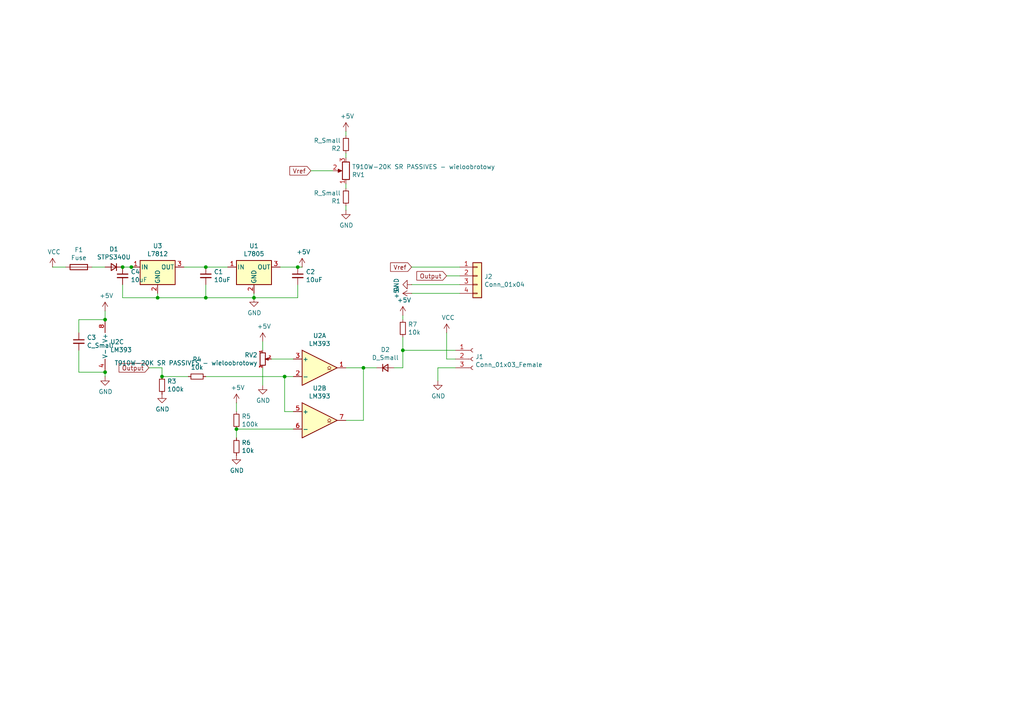
<source format=kicad_sch>
(kicad_sch (version 20231120) (generator "eeschema") (generator_version "8.0")
  (paper "A4")
  (lib_symbols
    (symbol "Comparator:LM393" (pin_names (offset 0.127))
      (property "Reference" "U" (at 3.81 3.81 0))
      (property "Value" "LM393" (at 6.35 -3.81 0))
      (symbol "LM393_1_1"
        (polyline (pts (xy -5.08 5.08) (xy 5.08 0) (xy -5.08 -5.08) (xy -5.08 5.08)) (stroke (width 0.254)) (fill (type background)))
        (polyline (pts (xy 3.302 -0.508) (xy 2.794 -0.508) (xy 3.302 0) (xy 2.794 0.508) (xy 2.286 0) (xy 2.794 -0.508) (xy 2.286 -0.508)) (stroke (width 0.127)))
        (pin open_collector line (at 7.62 0 180) (length 2.54) (name "~") (number "1"))
        (pin input line (at -7.62 -2.54 0) (length 2.54) (name "-") (number "2"))
        (pin input line (at -7.62 2.54 0) (length 2.54) (name "+") (number "3"))
      )
      (symbol "LM393_2_1"
        (polyline (pts (xy -5.08 5.08) (xy 5.08 0) (xy -5.08 -5.08) (xy -5.08 5.08)) (stroke (width 0.254)) (fill (type background)))
        (polyline (pts (xy 3.302 -0.508) (xy 2.794 -0.508) (xy 3.302 0) (xy 2.794 0.508) (xy 2.286 0) (xy 2.794 -0.508) (xy 2.286 -0.508)) (stroke (width 0.127)))
        (pin input line (at -7.62 2.54 0) (length 2.54) (name "+") (number "5"))
        (pin input line (at -7.62 -2.54 0) (length 2.54) (name "-") (number "6"))
        (pin open_collector line (at 7.62 0 180) (length 2.54) (name "~") (number "7"))
      )
      (symbol "LM393_3_1"
        (pin power_in line (at -2.54 -7.62 90) (length 3.81) (name "V-") (number "4"))
        (pin power_in line (at -2.54 7.62 270) (length 3.81) (name "V+") (number "8"))
      )
    )
    (symbol "Connector:Conn_01x03_Female" (pin_names (offset 1.016) hide)
      (property "Reference" "J" (at 0 5.08 0))
      (property "Value" "Connector_Conn_01x03_Female" (at 0 -5.08 0))
      (symbol "Conn_01x03_Female_1_1"
        (arc (start 0 -2.032) (mid -0.508 -2.54) (end 0 -3.048) (stroke (width 0.1524)))
        (polyline (pts (xy -1.27 -2.54) (xy -0.508 -2.54)) (stroke (width 0.1524)))
        (polyline (pts (xy -1.27 0) (xy -0.508 0)) (stroke (width 0.1524)))
        (polyline (pts (xy -1.27 2.54) (xy -0.508 2.54)) (stroke (width 0.1524)))
        (arc (start 0 0.508) (mid -0.508 0) (end 0 -0.508) (stroke (width 0.1524)))
        (arc (start 0 3.048) (mid -0.508 2.54) (end 0 2.032) (stroke (width 0.1524)))
        (pin passive line (at -5.08 2.54 0) (length 3.81) (name "Pin_1") (number "1"))
        (pin passive line (at -5.08 0 0) (length 3.81) (name "Pin_2") (number "2"))
        (pin passive line (at -5.08 -2.54 0) (length 3.81) (name "Pin_3") (number "3"))
      )
    )
    (symbol "Connector_Generic:Conn_01x04" (pin_names (offset 1.016) hide)
      (property "Reference" "J" (at 0 5.08 0))
      (property "Value" "Conn_01x04" (at 0 -7.62 0))
      (symbol "Conn_01x04_1_1"
        (rectangle (start -1.27 -4.953) (end 0 -5.207) (stroke (width 0.1524)))
        (rectangle (start -1.27 -2.413) (end 0 -2.667) (stroke (width 0.1524)))
        (rectangle (start -1.27 0.127) (end 0 -0.127) (stroke (width 0.1524)))
        (rectangle (start -1.27 2.667) (end 0 2.413) (stroke (width 0.1524)))
        (rectangle (start -1.27 3.81) (end 1.27 -6.35) (stroke (width 0.254)) (fill (type background)))
        (pin passive line (at -5.08 2.54 0) (length 3.81) (name "Pin_1") (number "1"))
        (pin passive line (at -5.08 0 0) (length 3.81) (name "Pin_2") (number "2"))
        (pin passive line (at -5.08 -2.54 0) (length 3.81) (name "Pin_3") (number "3"))
        (pin passive line (at -5.08 -5.08 0) (length 3.81) (name "Pin_4") (number "4"))
      )
    )
    (symbol "Device:C_Small" (pin_numbers hide) (pin_names (offset 0.254) hide)
      (property "Reference" "C" (at 0.254 1.778 0))
      (property "Value" "C_Small" (at 0.254 -2.032 0))
      (symbol "C_Small_0_1"
        (polyline (pts (xy -1.524 -0.508) (xy 1.524 -0.508)) (stroke (width 0.3302)))
        (polyline (pts (xy -1.524 0.508) (xy 1.524 0.508)) (stroke (width 0.3048)))
      )
      (symbol "C_Small_1_1"
        (pin passive line (at 0 2.54 270) (length 2.032) (name "~") (number "1"))
        (pin passive line (at 0 -2.54 90) (length 2.032) (name "~") (number "2"))
      )
    )
    (symbol "Device:D_Small" (pin_numbers hide) (pin_names (offset 0.254) hide)
      (property "Reference" "D" (at -1.27 2.032 0))
      (property "Value" "D_Small" (at -3.81 -2.032 0))
      (symbol "D_Small_0_1"
        (polyline (pts (xy -0.762 -1.016) (xy -0.762 1.016)) (stroke (width 0.254)))
        (polyline (pts (xy -0.762 0) (xy 0.762 0)))
        (polyline (pts (xy 0.762 -1.016) (xy -0.762 0) (xy 0.762 1.016) (xy 0.762 -1.016)) (stroke (width 0.254)))
      )
      (symbol "D_Small_1_1"
        (pin passive line (at -2.54 0 0) (length 1.778) (name "K") (number "1"))
        (pin passive line (at 2.54 0 180) (length 1.778) (name "A") (number "2"))
      )
    )
    (symbol "Device:Fuse" (pin_numbers hide) (pin_names (offset 0))
      (property "Reference" "F" (at 2.032 0 90))
      (property "Value" "Fuse" (at -1.905 0 90))
      (symbol "Fuse_0_1"
        (rectangle (start -0.762 -2.54) (end 0.762 2.54) (stroke (width 0.254)))
        (polyline (pts (xy 0 2.54) (xy 0 -2.54)))
      )
      (symbol "Fuse_1_1"
        (pin passive line (at 0 3.81 270) (length 1.27) (name "~") (number "1"))
        (pin passive line (at 0 -3.81 90) (length 1.27) (name "~") (number "2"))
      )
    )
    (symbol "Device:R_POT" (pin_names (offset 1.016) hide)
      (property "Reference" "RV" (at -4.445 0 90))
      (property "Value" "Device_R_POT" (at -2.54 0 90))
      (symbol "R_POT_0_1"
        (polyline (pts (xy 2.54 0) (xy 1.524 0)))
        (polyline (pts (xy 1.143 0) (xy 2.286 0.508) (xy 2.286 -0.508) (xy 1.143 0)) (fill (type outline)))
        (rectangle (start 1.016 2.54) (end -1.016 -2.54) (stroke (width 0.254)))
      )
      (symbol "R_POT_1_1"
        (pin passive line (at 0 3.81 270) (length 1.27) (name "1") (number "1"))
        (pin passive line (at 3.81 0 180) (length 1.27) (name "2") (number "2"))
        (pin passive line (at 0 -3.81 90) (length 1.27) (name "3") (number "3"))
      )
    )
    (symbol "Device:R_POT_Small" (pin_names (offset 1.016) hide)
      (property "Reference" "RV" (at -4.445 0 90))
      (property "Value" "Device_R_POT_Small" (at -2.54 0 90))
      (symbol "R_POT_Small_0_1"
        (polyline (pts (xy 0.889 0) (xy 0.635 0) (xy 1.651 0.381) (xy 1.651 -0.381) (xy 0.635 0) (xy 0.889 0)) (fill (type outline)))
        (rectangle (start 0.762 1.8034) (end -0.762 -1.8034) (stroke (width 0.254)))
      )
      (symbol "R_POT_Small_1_1"
        (pin passive line (at 0 2.54 270) (length 0.635) (name "1") (number "1"))
        (pin passive line (at 2.54 0 180) (length 0.9906) (name "2") (number "2"))
        (pin passive line (at 0 -2.54 90) (length 0.635) (name "3") (number "3"))
      )
    )
    (symbol "Device:R_Small" (pin_numbers hide) (pin_names (offset 0.254) hide)
      (property "Reference" "R" (at 0.762 0.508 0))
      (property "Value" "R_Small" (at 0.762 -1.016 0))
      (symbol "R_Small_0_1"
        (rectangle (start -0.762 1.778) (end 0.762 -1.778) (stroke (width 0.2032)))
      )
      (symbol "R_Small_1_1"
        (pin passive line (at 0 2.54 270) (length 0.762) (name "~") (number "1"))
        (pin passive line (at 0 -2.54 90) (length 0.762) (name "~") (number "2"))
      )
    )
    (symbol "Regulator_Linear:L7805" (pin_names (offset 0.254))
      (property "Reference" "U" (at -3.81 3.175 0))
      (property "Value" "L7805" (at 0 3.175 0))
      (symbol "L7805_0_1"
        (rectangle (start -5.08 1.905) (end 5.08 -5.08) (stroke (width 0.254)) (fill (type background)))
      )
      (symbol "L7805_1_1"
        (pin power_in line (at -7.62 0 0) (length 2.54) (name "IN") (number "1"))
        (pin power_in line (at 0 -7.62 90) (length 2.54) (name "GND") (number "2"))
        (pin power_out line (at 7.62 0 180) (length 2.54) (name "OUT") (number "3"))
      )
    )
    (symbol "Regulator_Linear:L7812" (pin_names (offset 0.254))
      (property "Reference" "U" (at -3.81 3.175 0))
      (property "Value" "L7812" (at 0 3.175 0))
      (symbol "L7812_0_1"
        (rectangle (start -5.08 1.905) (end 5.08 -5.08) (stroke (width 0.254)) (fill (type background)))
      )
      (symbol "L7812_1_1"
        (pin power_in line (at -7.62 0 0) (length 2.54) (name "IN") (number "1"))
        (pin power_in line (at 0 -7.62 90) (length 2.54) (name "GND") (number "2"))
        (pin power_out line (at 7.62 0 180) (length 2.54) (name "OUT") (number "3"))
      )
    )
    (symbol "power:+5V" (power) (pin_numbers hide) (pin_names (offset 0) hide)
      (property "Value" "+5V" (at 0 3.556 0))
      (symbol "+5V_0_1"
        (polyline (pts (xy -0.762 1.27) (xy 0 2.54)))
        (polyline (pts (xy 0 0) (xy 0 2.54)))
        (polyline (pts (xy 0 2.54) (xy 0.762 1.27)))
      )
      (symbol "+5V_1_1"
        (pin power_in line (at 0 0 90) (length 0) (name "~") (number "1"))
      )
    )
    (symbol "power:GND" (power) (pin_numbers hide) (pin_names (offset 0) hide)
      (property "Value" "GND" (at 0 -3.81 0))
      (symbol "GND_0_1"
        (polyline (pts (xy 0 0) (xy 0 -1.27) (xy 1.27 -1.27) (xy 0 -2.54) (xy -1.27 -1.27) (xy 0 -1.27)))
      )
      (symbol "GND_1_1"
        (pin power_in line (at 0 0 270) (length 0) (name "~") (number "1"))
      )
    )
    (symbol "power:VCC" (power) (pin_numbers hide) (pin_names (offset 0) hide)
      (property "Value" "VCC" (at 0 3.556 0))
      (symbol "VCC_0_1"
        (polyline (pts (xy -0.762 1.27) (xy 0 2.54)))
        (polyline (pts (xy 0 0) (xy 0 2.54)))
        (polyline (pts (xy 0 2.54) (xy 0.762 1.27)))
      )
      (symbol "VCC_1_1"
        (pin power_in line (at 0 0 90) (length 0) (name "~") (number "1"))
      )
    )
  )
  (junction (at 46.99 109.22))
  (junction (at 105.41 106.68))
  (junction (at 116.84 101.6))
  (junction (at 59.69 77.47))
  (junction (at 82.55 109.22))
  (junction (at 59.69 86.36))
  (junction (at 30.48 92.71))
  (junction (at 35.56 77.47))
  (junction (at 73.66 86.36))
  (junction (at 86.36 77.47))
  (junction (at 68.58 124.46))
  (junction (at 38.1 77.47))
  (junction (at 30.48 107.95))
  (junction (at 45.72 86.36))
  (wire (pts (xy 85.09 124.46) (xy 68.58 124.46)))
  (wire (pts (xy 82.55 109.22) (xy 85.09 109.22)))
  (wire (pts (xy 116.84 97.79) (xy 116.84 101.6)))
  (wire (pts (xy 35.56 77.47) (xy 38.1 77.47)))
  (wire (pts (xy 132.08 106.68) (xy 127 106.68)))
  (wire (pts (xy 46.99 106.68) (xy 46.99 109.22)))
  (wire (pts (xy 116.84 101.6) (xy 116.84 106.68)))
  (wire (pts (xy 22.86 107.95) (xy 22.86 101.6)))
  (wire (pts (xy 116.84 106.68) (xy 114.3 106.68)))
  (wire (pts (xy 30.48 109.22) (xy 30.48 107.95)))
  (wire (pts (xy 129.54 96.52) (xy 129.54 104.14)))
  (wire (pts (xy 100.33 54.61) (xy 100.33 53.34)))
  (wire (pts (xy 96.52 49.53) (xy 90.17 49.53)))
  (wire (pts (xy 82.55 119.38) (xy 85.09 119.38)))
  (wire (pts (xy 119.38 82.55) (xy 133.35 82.55)))
  (wire (pts (xy 86.36 86.36) (xy 86.36 82.55)))
  (wire (pts (xy 22.86 92.71) (xy 22.86 96.52)))
  (wire (pts (xy 53.34 77.47) (xy 59.69 77.47)))
  (wire (pts (xy 127 106.68) (xy 127 110.49)))
  (wire (pts (xy 116.84 91.44) (xy 116.84 92.71)))
  (wire (pts (xy 30.48 77.47) (xy 26.67 77.47)))
  (wire (pts (xy 43.18 106.68) (xy 46.99 106.68)))
  (wire (pts (xy 100.33 45.72) (xy 100.33 44.45)))
  (wire (pts (xy 35.56 86.36) (xy 45.72 86.36)))
  (wire (pts (xy 119.38 77.47) (xy 133.35 77.47)))
  (wire (pts (xy 100.33 60.96) (xy 100.33 59.69)))
  (wire (pts (xy 81.28 77.47) (xy 86.36 77.47)))
  (wire (pts (xy 45.72 85.09) (xy 45.72 86.36)))
  (wire (pts (xy 129.54 104.14) (xy 132.08 104.14)))
  (wire (pts (xy 109.22 106.68) (xy 105.41 106.68)))
  (wire (pts (xy 19.05 77.47) (xy 15.24 77.47)))
  (wire (pts (xy 73.66 85.09) (xy 73.66 86.36)))
  (wire (pts (xy 76.2 99.06) (xy 76.2 101.6)))
  (wire (pts (xy 59.69 109.22) (xy 82.55 109.22)))
  (wire (pts (xy 119.38 85.09) (xy 133.35 85.09)))
  (wire (pts (xy 100.33 121.92) (xy 105.41 121.92)))
  (wire (pts (xy 30.48 107.95) (xy 22.86 107.95)))
  (wire (pts (xy 68.58 124.46) (xy 68.58 127)))
  (wire (pts (xy 35.56 82.55) (xy 35.56 86.36)))
  (wire (pts (xy 100.33 39.37) (xy 100.33 38.1)))
  (wire (pts (xy 78.74 104.14) (xy 85.09 104.14)))
  (wire (pts (xy 129.54 80.01) (xy 133.35 80.01)))
  (wire (pts (xy 132.08 101.6) (xy 116.84 101.6)))
  (wire (pts (xy 66.04 77.47) (xy 59.69 77.47)))
  (wire (pts (xy 100.33 106.68) (xy 105.41 106.68)))
  (wire (pts (xy 46.99 109.22) (xy 54.61 109.22)))
  (wire (pts (xy 105.41 121.92) (xy 105.41 106.68)))
  (wire (pts (xy 30.48 92.71) (xy 22.86 92.71)))
  (wire (pts (xy 68.58 116.84) (xy 68.58 119.38)))
  (wire (pts (xy 82.55 109.22) (xy 82.55 119.38)))
  (wire (pts (xy 45.72 86.36) (xy 59.69 86.36)))
  (wire (pts (xy 76.2 106.68) (xy 76.2 111.76)))
  (wire (pts (xy 59.69 86.36) (xy 73.66 86.36)))
  (wire (pts (xy 73.66 86.36) (xy 86.36 86.36)))
  (wire (pts (xy 86.36 77.47) (xy 87.63 77.47)))
  (wire (pts (xy 38.1 77.47) (xy 39.37 77.47)))
  (wire (pts (xy 30.48 92.71) (xy 30.48 90.17)))
  (wire (pts (xy 59.69 82.55) (xy 59.69 86.36)))
  (global_label "Output" (shape input) (at 129.54 80.01 180) (property "Intersheetrefs" "${INTERSHEET_REFS}" (effects (hide yes))))
  (global_label "Output" (shape input) (at 43.18 106.68 180) (property "Intersheetrefs" "${INTERSHEET_REFS}" (effects (hide yes))))
  (global_label "Vref" (shape input) (at 90.17 49.53 180) (property "Intersheetrefs" "${INTERSHEET_REFS}" (effects (hide yes))))
  (global_label "Vref" (shape input) (at 119.38 77.47 180) (property "Intersheetrefs" "${INTERSHEET_REFS}" (effects (hide yes))))
  (symbol (lib_id "Connector_Generic:Conn_01x04") (at 138.43 80.01 0) (unit 1)
    (property "Reference" "J2" (at 140.462 80.2132 0) (effects (justify left)))
    (property "Value" "Conn_01x04" (at 140.462 82.5246 0) (effects (justify left)))
    (property "Footprint" "płytkapróbna:current_sensor" (effects (hide yes)))
  )
  (symbol (lib_id "Device:C_Small") (at 59.69 80.01 0) (unit 1)
    (property "Reference" "C1" (at 62.0268 78.8416 0) (effects (justify left)))
    (property "Value" "10uF" (at 62.0268 81.153 0) (effects (justify left)))
    (property "Footprint" "Capacitor_SMD:C_1206_3216Metric" (effects (hide yes)))
  )
  (symbol (lib_id "Device:C_Small") (at 86.36 80.01 0) (unit 1)
    (property "Reference" "C2" (at 88.6968 78.8416 0) (effects (justify left)))
    (property "Value" "10uF" (at 88.6968 81.153 0) (effects (justify left)))
    (property "Footprint" "Capacitor_SMD:C_1206_3216Metric" (effects (hide yes)))
  )
  (symbol (lib_id "power:GND") (at 73.66 86.36 0) (unit 1)
    (property "Reference" "#PWR08" (effects (hide yes)))
    (property "Value" "GND" (at 73.787 90.7542 0))
  )
  (symbol (lib_id "power:+5V") (at 87.63 77.47 0) (unit 1)
    (property "Reference" "#PWR05" (effects (hide yes)))
    (property "Value" "+5V" (at 88.011 73.0758 0))
  )
  (symbol (lib_id "power:VCC") (at 15.24 77.47 0) (unit 1)
    (property "Reference" "#PWR04" (effects (hide yes)))
    (property "Value" "VCC" (at 15.6718 73.0758 0))
  )
  (symbol (lib_id "Device:R_POT") (at 100.33 49.53 180) (unit 1)
    (property "Reference" "RV1" (at 102.0826 50.6984 0) (effects (justify right)))
    (property "Value" "T910W-20K SR PASSIVES - wieloobrotowy" (at 102.0826 48.387 0) (effects (justify right)))
    (property "Footprint" "Potentiometer_THT:Potentiometer_Bourns_3296W_Vertical" (effects (hide yes)))
  )
  (symbol (lib_id "Device:R_Small") (at 100.33 57.15 180) (unit 1)
    (property "Reference" "R1" (at 98.8314 58.3184 0) (effects (justify left)))
    (property "Value" "R_Small" (at 98.8314 56.007 0) (effects (justify left)))
    (property "Footprint" "Diode_SMD:D_1206_3216Metric" (effects (hide yes)))
  )
  (symbol (lib_id "Device:R_Small") (at 100.33 41.91 180) (unit 1)
    (property "Reference" "R2" (at 98.8314 43.0784 0) (effects (justify left)))
    (property "Value" "R_Small" (at 98.8314 40.767 0) (effects (justify left)))
    (property "Footprint" "Diode_SMD:D_1206_3216Metric" (effects (hide yes)))
  )
  (symbol (lib_id "power:GND") (at 100.33 60.96 0) (unit 1)
    (property "Reference" "#PWR03" (effects (hide yes)))
    (property "Value" "GND" (at 100.457 65.3542 0))
  )
  (symbol (lib_id "power:+5V") (at 100.33 38.1 0) (unit 1)
    (property "Reference" "#PWR01" (effects (hide yes)))
    (property "Value" "+5V" (at 100.711 33.7058 0))
  )
  (symbol (lib_id "power:+5V") (at 119.38 85.09 90) (unit 1)
    (property "Reference" "#PWR07" (effects (hide yes)))
    (property "Value" "+5V" (at 114.9858 84.709 0))
  )
  (symbol (lib_id "power:GND") (at 119.38 82.55 270) (unit 1)
    (property "Reference" "#PWR06" (effects (hide yes)))
    (property "Value" "GND" (at 114.9858 82.677 0))
  )
  (symbol (lib_id "Device:Fuse") (at 22.86 77.47 270) (unit 1)
    (property "Reference" "F1" (at 22.86 72.4662 90))
    (property "Value" "Fuse" (at 22.86 74.7776 90))
    (property "Footprint" "Diode_SMD:D_SMB" (effects (hide yes)))
  )
  (symbol (lib_id "Device:D_Small") (at 33.02 77.47 180) (unit 1)
    (property "Reference" "D1" (at 33.02 72.263 0))
    (property "Value" "STPS340U" (at 33.02 74.5744 0))
    (property "Footprint" "Diode_SMD:D_SMB" (effects (hide yes)))
  )
  (symbol (lib_id "Connector:Conn_01x03_Female") (at 137.16 104.14 0) (unit 1)
    (property "Reference" "J1" (at 137.8712 103.4796 0) (effects (justify left)))
    (property "Value" "Conn_01x03_Female" (at 137.8712 105.791 0) (effects (justify left)))
    (property "Footprint" "Molex_microfit:436500304" (effects (hide yes)))
  )
  (symbol (lib_id "Comparator:LM393") (at 92.71 106.68 0) (unit 1)
    (property "Reference" "U2" (at 92.71 97.3582 0))
    (property "Value" "LM393" (at 92.71 99.6696 0))
    (property "Footprint" "Package_SO:PowerIntegrations_SO-8" (effects (hide yes)))
    (property "Datasheet" "http://www.ti.com/lit/ds/symlink/lm393.pdf" (effects (hide yes)))
  )
  (symbol (lib_id "Comparator:LM393") (at 92.71 121.92 0) (unit 2)
    (property "Reference" "U2" (at 92.71 112.5982 0))
    (property "Value" "LM393" (at 92.71 114.9096 0))
    (property "Footprint" "Package_SO:PowerIntegrations_SO-8" (effects (hide yes)))
    (property "Datasheet" "http://www.ti.com/lit/ds/symlink/lm393.pdf" (effects (hide yes)))
  )
  (symbol (lib_id "Comparator:LM393") (at 33.02 100.33 0) (unit 3)
    (property "Reference" "U2" (at 31.9532 99.1616 0) (effects (justify left)))
    (property "Value" "LM393" (at 31.9532 101.473 0) (effects (justify left)))
    (property "Footprint" "Package_SO:PowerIntegrations_SO-8" (effects (hide yes)))
    (property "Datasheet" "http://www.ti.com/lit/ds/symlink/lm393.pdf" (effects (hide yes)))
  )
  (symbol (lib_id "Device:R_Small") (at 68.58 129.54 0) (unit 1)
    (property "Reference" "R6" (at 70.0786 128.3716 0) (effects (justify left)))
    (property "Value" "10k" (at 70.0786 130.683 0) (effects (justify left)))
    (property "Footprint" "Resistor_SMD:R_1206_3216Metric" (effects (hide yes)))
  )
  (symbol (lib_id "Device:R_Small") (at 57.15 109.22 270) (unit 1)
    (property "Reference" "R4" (at 57.15 104.2416 90))
    (property "Value" "10k" (at 57.15 106.553 90))
    (property "Footprint" "Resistor_SMD:R_1206_3216Metric" (effects (hide yes)))
  )
  (symbol (lib_id "Device:R_Small") (at 46.99 111.76 0) (unit 1)
    (property "Reference" "R3" (at 48.4886 110.5916 0) (effects (justify left)))
    (property "Value" "100k" (at 48.4886 112.903 0) (effects (justify left)))
    (property "Footprint" "Resistor_SMD:R_1206_3216Metric" (effects (hide yes)))
  )
  (symbol (lib_id "Device:R_Small") (at 68.58 121.92 0) (unit 1)
    (property "Reference" "R5" (at 70.0786 120.7516 0) (effects (justify left)))
    (property "Value" "100k" (at 70.0786 123.063 0) (effects (justify left)))
    (property "Footprint" "Resistor_SMD:R_1206_3216Metric" (effects (hide yes)))
  )
  (symbol (lib_id "Device:R_POT_Small") (at 76.2 104.14 0) (unit 1)
    (property "Reference" "RV2" (at 74.7014 102.9716 0) (effects (justify right)))
    (property "Value" "T910W-20K SR PASSIVES - wieloobrotowy" (at 74.7014 105.283 0) (effects (justify right)))
    (property "Footprint" "Potentiometer_THT:Potentiometer_Bourns_3296W_Vertical" (effects (hide yes)))
  )
  (symbol (lib_id "power:+5V") (at 76.2 99.06 0) (unit 1)
    (property "Reference" "#PWR013" (effects (hide yes)))
    (property "Value" "+5V" (at 76.581 94.6658 0))
  )
  (symbol (lib_id "power:GND") (at 76.2 111.76 0) (unit 1)
    (property "Reference" "#PWR014" (effects (hide yes)))
    (property "Value" "GND" (at 76.327 116.1542 0))
  )
  (symbol (lib_id "power:GND") (at 46.99 114.3 0) (unit 1)
    (property "Reference" "#PWR010" (effects (hide yes)))
    (property "Value" "GND" (at 47.117 118.6942 0))
  )
  (symbol (lib_id "power:GND") (at 68.58 132.08 0) (unit 1)
    (property "Reference" "#PWR012" (effects (hide yes)))
    (property "Value" "GND" (at 68.707 136.4742 0))
  )
  (symbol (lib_id "power:+5V") (at 68.58 116.84 0) (unit 1)
    (property "Reference" "#PWR011" (effects (hide yes)))
    (property "Value" "+5V" (at 68.961 112.4458 0))
  )
  (symbol (lib_id "power:VCC") (at 129.54 96.52 0) (unit 1)
    (property "Reference" "#PWR017" (effects (hide yes)))
    (property "Value" "VCC" (at 129.9718 92.1258 0))
  )
  (symbol (lib_id "power:GND") (at 127 110.49 0) (unit 1)
    (property "Reference" "#PWR016" (effects (hide yes)))
    (property "Value" "GND" (at 127.127 114.8842 0))
  )
  (symbol (lib_id "power:+5V") (at 30.48 90.17 0) (unit 1)
    (property "Reference" "#PWR02" (effects (hide yes)))
    (property "Value" "+5V" (at 30.861 85.7758 0))
  )
  (symbol (lib_id "power:GND") (at 30.48 109.22 0) (unit 1)
    (property "Reference" "#PWR09" (effects (hide yes)))
    (property "Value" "GND" (at 30.607 113.6142 0))
  )
  (symbol (lib_id "Device:C_Small") (at 22.86 99.06 0) (unit 1)
    (property "Reference" "C3" (at 25.1968 97.8916 0) (effects (justify left)))
    (property "Value" "C_Small" (at 25.1968 100.203 0) (effects (justify left)))
    (property "Footprint" "Capacitor_SMD:C_1206_3216Metric" (effects (hide yes)))
  )
  (symbol (lib_id "Regulator_Linear:L7812") (at 45.72 77.47 0) (unit 1)
    (property "Reference" "U3" (at 45.72 71.3232 0))
    (property "Value" "L7812" (at 45.72 73.6346 0))
    (property "Footprint" "Package_TO_SOT_SMD:TO-252-3_TabPin2" (effects (hide yes)))
    (property "Datasheet" "http://www.st.com/content/ccc/resource/technical/document/datasheet/41/4f/b3/b0/12/d4/47/88/CD00000444.pdf/files/CD00000444.pdf/jcr:content/translations/en.CD00000444.pdf" (effects (hide yes)))
  )
  (symbol (lib_id "Device:C_Small") (at 35.56 80.01 0) (unit 1)
    (property "Reference" "C4" (at 37.8968 78.8416 0) (effects (justify left)))
    (property "Value" "10uF" (at 37.8968 81.153 0) (effects (justify left)))
    (property "Footprint" "Capacitor_SMD:C_1206_3216Metric" (effects (hide yes)))
  )
  (symbol (lib_id "Device:D_Small") (at 111.76 106.68 0) (unit 1)
    (property "Reference" "D2" (at 111.76 101.4222 0))
    (property "Value" "D_Small" (at 111.76 103.7336 0))
    (property "Footprint" "Diode_SMD:D_SMB" (effects (hide yes)))
  )
  (symbol (lib_id "Regulator_Linear:L7805") (at 73.66 77.47 0) (unit 1)
    (property "Reference" "U1" (at 73.66 71.3232 0))
    (property "Value" "L7805" (at 73.66 73.6346 0))
    (property "Footprint" "Package_TO_SOT_SMD:TO-252-3_TabPin2" (effects (hide yes)))
    (property "Datasheet" "http://www.st.com/content/ccc/resource/technical/document/datasheet/41/4f/b3/b0/12/d4/47/88/CD00000444.pdf/files/CD00000444.pdf/jcr:content/translations/en.CD00000444.pdf" (effects (hide yes)))
  )
  (symbol (lib_id "Device:R_Small") (at 116.84 95.25 0) (unit 1)
    (property "Reference" "R7" (at 118.3386 94.0816 0) (effects (justify left)))
    (property "Value" "10k" (at 118.3386 96.393 0) (effects (justify left)))
    (property "Footprint" "Resistor_SMD:R_1206_3216Metric" (effects (hide yes)))
  )
  (symbol (lib_id "power:+5V") (at 116.84 91.44 0) (unit 1)
    (property "Reference" "#PWR015" (effects (hide yes)))
    (property "Value" "+5V" (at 117.221 87.0458 0))
  )
)
</source>
